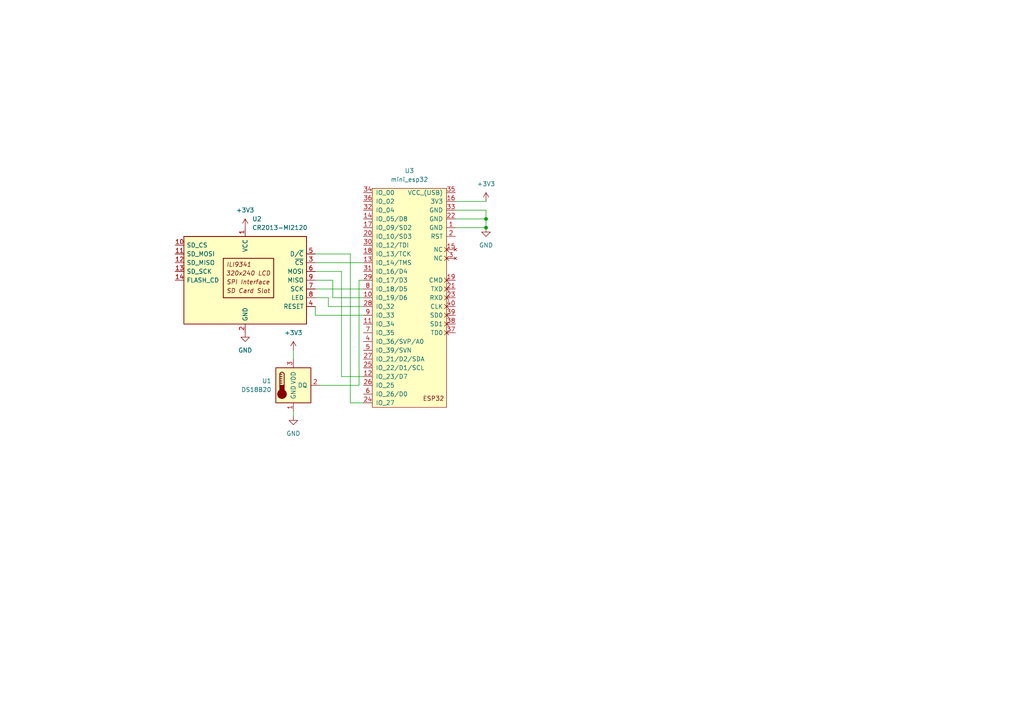
<source format=kicad_sch>
(kicad_sch (version 20211123) (generator eeschema)
  (paper "A4")
  (lib_symbols
    (symbol "Driver_Display:CR2013-MI2120" (pin_names (offset 0.762))
      (property "Reference" "U" (at -17.526 13.97 0))
      (property "Value" "CR2013-MI2120" (at 1.905 13.97 0))
      (symbol "CR2013-MI2120_0_0"
        (text "320x240 LCD" (at 0.889 2.032 0) (effects (font (size 1.27 1.27) italic)))
        (text "ILI9341" (at -5.461 4.572 0) (effects (font (size 1.27 1.27) italic) (justify left)))
        (text "SD Card Slot" (at -5.461 -3.048 0) (effects (font (size 1.27 1.27) italic) (justify left)))
        (text "SPI Interface" (at -5.461 -0.508 0) (effects (font (size 1.27 1.27) italic) (justify left)))
      )
      (symbol "CR2013-MI2120_0_1"
        (rectangle (start -17.78 12.7) (end 17.78 -12.7) (stroke (width 0.254)) (fill (type background)))
        (rectangle (start -6.35 6.35) (end 8.255 -5.08) (stroke (width 0.254)))
      )
      (symbol "CR2013-MI2120_1_1"
        (pin power_in line (at 0 15.24 270) (length 2.54) (name "VCC") (number "1"))
        (pin input line (at -20.32 10.16 0) (length 2.54) (name "SD_CS") (number "10"))
        (pin input line (at -20.32 7.62 0) (length 2.54) (name "SD_MOSI") (number "11"))
        (pin output line (at -20.32 5.08 0) (length 2.54) (name "SD_MISO") (number "12"))
        (pin input line (at -20.32 2.54 0) (length 2.54) (name "SD_SCK") (number "13"))
        (pin input line (at -20.32 0 0) (length 2.54) (name "FLASH_CD") (number "14"))
        (pin power_in line (at 0 -15.24 90) (length 2.54) (name "GND") (number "2"))
        (pin input line (at 20.32 5.08 180) (length 2.54) (name "~{CS}") (number "3"))
        (pin input line (at 20.32 -7.62 180) (length 2.54) (name "RESET") (number "4"))
        (pin input line (at 20.32 7.62 180) (length 2.54) (name "D/~{C}") (number "5"))
        (pin input line (at 20.32 2.54 180) (length 2.54) (name "MOSI") (number "6"))
        (pin input line (at 20.32 -2.54 180) (length 2.54) (name "SCK") (number "7"))
        (pin input line (at 20.32 -5.08 180) (length 2.54) (name "LED") (number "8"))
        (pin output line (at 20.32 0 180) (length 2.54) (name "MISO") (number "9"))
      )
    )
    (symbol "ESP32_mini:mini_esp32" (pin_names (offset 1.016))
      (property "Reference" "U" (at -7.62 -50.8 0))
      (property "Value" "mini_esp32" (at 5.08 -59.69 0))
      (symbol "mini_esp32_0_0"
        (text "ESP32" (at 7.62 -62.23 0) (effects (font (size 1.27 1.27))))
        (pin power_in line (at 13.97 -12.7 180) (length 2.54) (name "GND") (number "1"))
        (pin input line (at 13.97 -15.24 180) (length 2.54) (name "RST") (number "2"))
        (pin no_connect non_logic (at 13.97 -21.59 180) (length 2.54) (name "NC") (number "3"))
        (pin bidirectional line (at -12.7 -45.72 0) (length 2.54) (name "IO_36/SVP/A0") (number "4"))
        (pin bidirectional line (at -12.7 -48.26 0) (length 2.54) (name "IO_39/SVN") (number "5"))
      )
      (symbol "mini_esp32_0_1"
        (rectangle (start -10.16 -1.27) (end 11.43 -64.77) (fill (type background)))
      )
      (symbol "mini_esp32_1_1"
        (pin bidirectional line (at -12.7 -33.02 0) (length 2.54) (name "IO_19/D6") (number "10"))
        (pin bidirectional line (at -12.7 -40.64 0) (length 2.54) (name "IO_34") (number "11"))
        (pin bidirectional line (at -12.7 -55.88 0) (length 2.54) (name "IO_23/D7") (number "12"))
        (pin bidirectional line (at -12.7 -22.86 0) (length 2.54) (name "IO_14/TMS") (number "13"))
        (pin bidirectional line (at -12.7 -10.16 0) (length 2.54) (name "IO_05/D8") (number "14"))
        (pin no_connect non_logic (at 13.97 -19.05 180) (length 2.54) (name "NC") (number "15"))
        (pin power_in line (at 13.97 -5.08 180) (length 2.54) (name "3V3") (number "16"))
        (pin bidirectional line (at -12.7 -12.7 0) (length 2.54) (name "IO_09/SD2") (number "17"))
        (pin bidirectional line (at -12.7 -20.32 0) (length 2.54) (name "IO_13/TCK") (number "18"))
        (pin passive non_logic (at 13.97 -27.94 180) (length 2.54) (name "CMD") (number "19"))
        (pin bidirectional line (at -12.7 -15.24 0) (length 2.54) (name "IO_10/SD3") (number "20"))
        (pin passive non_logic (at 13.97 -30.48 180) (length 2.54) (name "TXD") (number "21"))
        (pin power_in line (at 13.97 -10.16 180) (length 2.54) (name "GND") (number "22"))
        (pin passive non_logic (at 13.97 -33.02 180) (length 2.54) (name "RXD") (number "23"))
        (pin bidirectional line (at -12.7 -63.5 0) (length 2.54) (name "IO_27") (number "24"))
        (pin bidirectional line (at -12.7 -53.34 0) (length 2.54) (name "IO_22/D1/SCL") (number "25"))
        (pin bidirectional line (at -12.7 -58.42 0) (length 2.54) (name "IO_25") (number "26"))
        (pin bidirectional line (at -12.7 -50.8 0) (length 2.54) (name "IO_21/D2/SDA") (number "27"))
        (pin bidirectional line (at -12.7 -35.56 0) (length 2.54) (name "IO_32") (number "28"))
        (pin bidirectional line (at -12.7 -27.94 0) (length 2.54) (name "IO_17/D3") (number "29"))
        (pin bidirectional line (at -12.7 -17.78 0) (length 2.54) (name "IO_12/TDI") (number "30"))
        (pin bidirectional line (at -12.7 -25.4 0) (length 2.54) (name "IO_16/D4") (number "31"))
        (pin bidirectional line (at -12.7 -7.62 0) (length 2.54) (name "IO_04") (number "32"))
        (pin power_in line (at 13.97 -7.62 180) (length 2.54) (name "GND") (number "33"))
        (pin bidirectional line (at -12.7 -2.54 0) (length 2.54) (name "IO_00") (number "34"))
        (pin power_in line (at 13.97 -2.54 180) (length 2.54) (name "VCC_(USB)") (number "35"))
        (pin bidirectional line (at -12.7 -5.08 0) (length 2.54) (name "IO_02") (number "36"))
        (pin passive non_logic (at 13.97 -43.18 180) (length 2.54) (name "TD0") (number "37"))
        (pin passive non_logic (at 13.97 -40.64 180) (length 2.54) (name "SD1") (number "38"))
        (pin passive non_logic (at 13.97 -38.1 180) (length 2.54) (name "SD0") (number "39"))
        (pin passive non_logic (at 13.97 -35.56 180) (length 2.54) (name "CLK") (number "40"))
        (pin bidirectional line (at -12.7 -60.96 0) (length 2.54) (name "IO_26/D0") (number "6"))
        (pin bidirectional line (at -12.7 -43.18 0) (length 2.54) (name "IO_35") (number "7"))
        (pin bidirectional line (at -12.7 -30.48 0) (length 2.54) (name "IO_18/D5") (number "8"))
        (pin bidirectional line (at -12.7 -38.1 0) (length 2.54) (name "IO_33") (number "9"))
      )
    )
    (symbol "Sensor_Temperature:DS18B20" (pin_names (offset 1.016))
      (property "Reference" "U" (at -3.81 6.35 0))
      (property "Value" "DS18B20" (at 6.35 6.35 0))
      (symbol "DS18B20_0_1"
        (rectangle (start -5.08 5.08) (end 5.08 -5.08) (stroke (width 0.254)) (fill (type background)))
        (circle (center -3.302 -2.54) (radius 1.27) (stroke (width 0.254)) (fill (type outline)))
        (rectangle (start -2.667 -1.905) (end -3.937 0) (stroke (width 0.254)) (fill (type outline)))
        (arc (start -2.667 3.175) (mid -3.302 3.81) (end -3.937 3.175) (stroke (width 0.254)))
        (polyline (pts (xy -3.937 0.635) (xy -3.302 0.635)) (stroke (width 0.254)))
        (polyline (pts (xy -3.937 1.27) (xy -3.302 1.27)) (stroke (width 0.254)))
        (polyline (pts (xy -3.937 1.905) (xy -3.302 1.905)) (stroke (width 0.254)))
        (polyline (pts (xy -3.937 2.54) (xy -3.302 2.54)) (stroke (width 0.254)))
        (polyline (pts (xy -3.937 3.175) (xy -3.937 0)) (stroke (width 0.254)))
        (polyline (pts (xy -3.937 3.175) (xy -3.302 3.175)) (stroke (width 0.254)))
        (polyline (pts (xy -2.667 3.175) (xy -2.667 0)) (stroke (width 0.254)))
      )
      (symbol "DS18B20_1_1"
        (pin power_in line (at 0 -7.62 90) (length 2.54) (name "GND") (number "1"))
        (pin bidirectional line (at 7.62 0 180) (length 2.54) (name "DQ") (number "2"))
        (pin power_in line (at 0 7.62 270) (length 2.54) (name "VDD") (number "3"))
      )
    )
    (symbol "power:+3V3" (power) (pin_names (offset 0))
      (property "Value" "+3V3" (at 0 3.556 0))
      (symbol "+3V3_0_1"
        (polyline (pts (xy -0.762 1.27) (xy 0 2.54)))
        (polyline (pts (xy 0 0) (xy 0 2.54)))
        (polyline (pts (xy 0 2.54) (xy 0.762 1.27)))
      )
      (symbol "+3V3_1_1"
        (pin power_in line (at 0 0 90) (length 0) hide (name "+3V3") (number "1"))
      )
    )
    (symbol "power:GND" (power) (pin_names (offset 0))
      (property "Value" "GND" (at 0 -3.81 0))
      (symbol "GND_0_1"
        (polyline (pts (xy 0 0) (xy 0 -1.27) (xy 1.27 -1.27) (xy 0 -2.54) (xy -1.27 -1.27) (xy 0 -1.27)))
      )
      (symbol "GND_1_1"
        (pin power_in line (at 0 0 270) (length 0) hide (name "GND") (number "1"))
      )
    )
  )
  (junction (at 140.97 66.04))
  (junction (at 140.97 63.5))
  (wire (pts (xy 95.25 86.36) (xy 95.25 88.9)))
  (wire (pts (xy 96.52 81.28) (xy 96.52 86.36)))
  (wire (pts (xy 91.44 83.82) (xy 105.41 83.82)))
  (wire (pts (xy 91.44 73.66) (xy 101.6 73.66)))
  (wire (pts (xy 140.97 63.5) (xy 140.97 66.04)))
  (wire (pts (xy 91.44 91.44) (xy 105.41 91.44)))
  (wire (pts (xy 99.06 78.74) (xy 99.06 109.22)))
  (wire (pts (xy 104.14 81.28) (xy 104.14 111.76)))
  (wire (pts (xy 91.44 76.2) (xy 105.41 76.2)))
  (wire (pts (xy 132.08 63.5) (xy 140.97 63.5)))
  (wire (pts (xy 140.97 60.96) (xy 140.97 63.5)))
  (wire (pts (xy 132.08 58.42) (xy 140.97 58.42)))
  (wire (pts (xy 85.09 104.14) (xy 85.09 101.6)))
  (wire (pts (xy 101.6 116.84) (xy 105.41 116.84)))
  (wire (pts (xy 132.08 60.96) (xy 140.97 60.96)))
  (wire (pts (xy 99.06 109.22) (xy 105.41 109.22)))
  (wire (pts (xy 132.08 66.04) (xy 140.97 66.04)))
  (wire (pts (xy 96.52 86.36) (xy 105.41 86.36)))
  (wire (pts (xy 91.44 88.9) (xy 91.44 91.44)))
  (wire (pts (xy 91.44 78.74) (xy 99.06 78.74)))
  (wire (pts (xy 91.44 86.36) (xy 95.25 86.36)))
  (wire (pts (xy 91.44 81.28) (xy 96.52 81.28)))
  (wire (pts (xy 105.41 81.28) (xy 104.14 81.28)))
  (wire (pts (xy 85.09 119.38) (xy 85.09 120.65)))
  (wire (pts (xy 101.6 73.66) (xy 101.6 116.84)))
  (wire (pts (xy 92.71 111.76) (xy 104.14 111.76)))
  (wire (pts (xy 95.25 88.9) (xy 105.41 88.9)))
  (symbol (lib_id "Sensor_Temperature:DS18B20") (at 85.09 111.76 0) (unit 1)
    (property "Reference" "U1" (at 78.74 110.4899 0) (effects (justify right)))
    (property "Value" "DS18B20" (at 78.74 113.0299 0) (effects (justify right)))
    (property "Footprint" "Package_TO_SOT_THT:TO-92_Inline" (effects hide))
    (property "Datasheet" "http://datasheets.maximintegrated.com/en/ds/DS18B20.pdf" (effects hide))
  )
  (symbol (lib_id "power:GND") (at 85.09 120.65 0) (unit 1)
    (property "Reference" "#PWR0105" (effects hide))
    (property "Value" "GND" (at 85.09 125.73 0))
  )
  (symbol (lib_id "power:+3V3") (at 140.97 58.42 0) (unit 1)
    (property "Reference" "#PWR0101" (effects hide))
    (property "Value" "+3V3" (at 140.97 53.34 0))
  )
  (symbol (lib_id "ESP32_mini:mini_esp32") (at 118.11 53.34 0) (unit 1)
    (property "Reference" "U3" (at 118.745 49.53 0))
    (property "Value" "mini_esp32" (at 118.745 52.07 0))
    (property "Footprint" "ESP32_mini:ESP32_mini" (effects hide))
  )
  (symbol (lib_id "power:GND") (at 140.97 66.04 0) (unit 1)
    (property "Reference" "#PWR0102" (effects hide))
    (property "Value" "GND" (at 140.97 71.12 0))
  )
  (symbol (lib_id "power:GND") (at 71.12 96.52 0) (unit 1)
    (property "Reference" "#PWR0103" (effects hide))
    (property "Value" "GND" (at 71.12 101.6 0))
  )
  (symbol (lib_id "power:+3V3") (at 85.09 101.6 0) (unit 1)
    (property "Reference" "#PWR0106" (effects hide))
    (property "Value" "+3V3" (at 85.09 96.52 0))
  )
  (symbol (lib_id "Driver_Display:CR2013-MI2120") (at 71.12 81.28 0) (unit 1)
    (property "Reference" "U2" (at 73.1394 63.5 0) (effects (justify left)))
    (property "Value" "CR2013-MI2120" (at 73.1394 66.04 0) (effects (justify left)))
    (property "Footprint" "Display:CR2013-MI2120" (effects hide))
    (property "Datasheet" "http://pan.baidu.com/s/11Y990" (effects hide))
  )
  (symbol (lib_id "power:+3V3") (at 71.12 66.04 0) (unit 1)
    (property "Reference" "#PWR0104" (effects hide))
    (property "Value" "+3V3" (at 71.12 60.96 0))
  )
)
</source>
